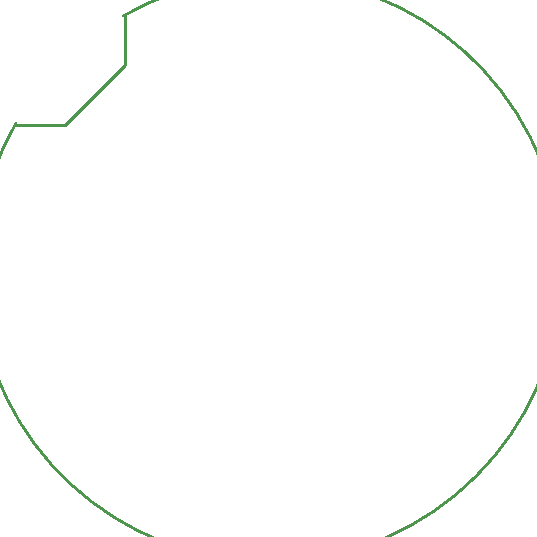
<source format=gbr>
G04 start of page 4 for group 2 idx 2 *
G04 Title: (unknown), outline *
G04 Creator: pcb 4.0.2 *
G04 CreationDate: Thu Apr 29 14:29:46 2021 UTC *
G04 For: petersen *
G04 Format: Gerber/RS-274X *
G04 PCB-Dimensions (mil): 2500.00 2500.00 *
G04 PCB-Coordinate-Origin: lower left *
%MOIN*%
%FSLAX25Y25*%
%LNOUTLINE*%
%ADD34C,0.0100*%
G54D34*X57000Y173000D02*X77000Y193000D01*
Y210000D01*
X57000Y173000D02*X40000D01*
X40563Y173750D02*G75*G03X76250Y209437I84437J-48750D01*G01*
M02*

</source>
